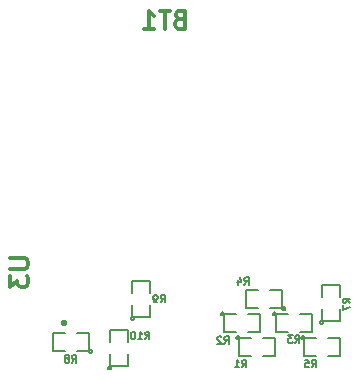
<source format=gbo>
G04 (created by PCBNEW-RS274X (2012-01-19 BZR 3256)-stable) date 8/30/2012 9:43:42 AM*
G01*
G70*
G90*
%MOIN*%
G04 Gerber Fmt 3.4, Leading zero omitted, Abs format*
%FSLAX34Y34*%
G04 APERTURE LIST*
%ADD10C,0.006000*%
%ADD11C,0.012000*%
%ADD12C,0.005000*%
G04 APERTURE END LIST*
G54D10*
G54D11*
X31125Y-40156D02*
X31124Y-40163D01*
X31121Y-40171D01*
X31118Y-40178D01*
X31113Y-40184D01*
X31107Y-40189D01*
X31100Y-40192D01*
X31093Y-40195D01*
X31085Y-40195D01*
X31078Y-40195D01*
X31071Y-40193D01*
X31064Y-40189D01*
X31058Y-40184D01*
X31052Y-40178D01*
X31049Y-40171D01*
X31046Y-40164D01*
X31046Y-40156D01*
X31046Y-40149D01*
X31048Y-40142D01*
X31052Y-40135D01*
X31057Y-40129D01*
X31063Y-40124D01*
X31069Y-40120D01*
X31077Y-40117D01*
X31085Y-40117D01*
X31091Y-40117D01*
X31099Y-40119D01*
X31106Y-40123D01*
X31112Y-40128D01*
X31117Y-40133D01*
X31121Y-40140D01*
X31124Y-40148D01*
X31124Y-40155D01*
X31125Y-40156D01*
G54D12*
X32650Y-41650D02*
X32649Y-41659D01*
X32646Y-41669D01*
X32641Y-41677D01*
X32635Y-41685D01*
X32627Y-41691D01*
X32619Y-41696D01*
X32610Y-41698D01*
X32600Y-41699D01*
X32591Y-41699D01*
X32582Y-41696D01*
X32573Y-41691D01*
X32566Y-41685D01*
X32559Y-41678D01*
X32555Y-41669D01*
X32552Y-41660D01*
X32551Y-41650D01*
X32551Y-41641D01*
X32554Y-41632D01*
X32558Y-41623D01*
X32565Y-41616D01*
X32572Y-41609D01*
X32580Y-41605D01*
X32590Y-41602D01*
X32599Y-41601D01*
X32608Y-41601D01*
X32618Y-41604D01*
X32626Y-41608D01*
X32634Y-41614D01*
X32640Y-41622D01*
X32645Y-41630D01*
X32648Y-41639D01*
X32649Y-41649D01*
X32650Y-41650D01*
X32600Y-41200D02*
X32600Y-41600D01*
X32600Y-41600D02*
X33200Y-41600D01*
X33200Y-41600D02*
X33200Y-41200D01*
X33200Y-40800D02*
X33200Y-40400D01*
X33200Y-40400D02*
X32600Y-40400D01*
X32600Y-40400D02*
X32600Y-40800D01*
X33400Y-40000D02*
X33399Y-40009D01*
X33396Y-40019D01*
X33391Y-40027D01*
X33385Y-40035D01*
X33377Y-40041D01*
X33369Y-40046D01*
X33360Y-40048D01*
X33350Y-40049D01*
X33341Y-40049D01*
X33332Y-40046D01*
X33323Y-40041D01*
X33316Y-40035D01*
X33309Y-40028D01*
X33305Y-40019D01*
X33302Y-40010D01*
X33301Y-40000D01*
X33301Y-39991D01*
X33304Y-39982D01*
X33308Y-39973D01*
X33315Y-39966D01*
X33322Y-39959D01*
X33330Y-39955D01*
X33340Y-39952D01*
X33349Y-39951D01*
X33358Y-39951D01*
X33368Y-39954D01*
X33376Y-39958D01*
X33384Y-39964D01*
X33390Y-39972D01*
X33395Y-39980D01*
X33398Y-39989D01*
X33399Y-39999D01*
X33400Y-40000D01*
X33350Y-39550D02*
X33350Y-39950D01*
X33350Y-39950D02*
X33950Y-39950D01*
X33950Y-39950D02*
X33950Y-39550D01*
X33950Y-39150D02*
X33950Y-38750D01*
X33950Y-38750D02*
X33350Y-38750D01*
X33350Y-38750D02*
X33350Y-39150D01*
X32000Y-41100D02*
X31999Y-41109D01*
X31996Y-41119D01*
X31991Y-41127D01*
X31985Y-41135D01*
X31977Y-41141D01*
X31969Y-41146D01*
X31960Y-41148D01*
X31950Y-41149D01*
X31941Y-41149D01*
X31932Y-41146D01*
X31923Y-41141D01*
X31916Y-41135D01*
X31909Y-41128D01*
X31905Y-41119D01*
X31902Y-41110D01*
X31901Y-41100D01*
X31901Y-41091D01*
X31904Y-41082D01*
X31908Y-41073D01*
X31915Y-41066D01*
X31922Y-41059D01*
X31930Y-41055D01*
X31940Y-41052D01*
X31949Y-41051D01*
X31958Y-41051D01*
X31968Y-41054D01*
X31976Y-41058D01*
X31984Y-41064D01*
X31990Y-41072D01*
X31995Y-41080D01*
X31998Y-41089D01*
X31999Y-41099D01*
X32000Y-41100D01*
X31500Y-41100D02*
X31900Y-41100D01*
X31900Y-41100D02*
X31900Y-40500D01*
X31900Y-40500D02*
X31500Y-40500D01*
X31100Y-40500D02*
X30700Y-40500D01*
X30700Y-40500D02*
X30700Y-41100D01*
X30700Y-41100D02*
X31100Y-41100D01*
X39711Y-40138D02*
X39710Y-40147D01*
X39707Y-40157D01*
X39702Y-40165D01*
X39696Y-40173D01*
X39688Y-40179D01*
X39680Y-40184D01*
X39671Y-40186D01*
X39661Y-40187D01*
X39652Y-40187D01*
X39643Y-40184D01*
X39634Y-40179D01*
X39627Y-40173D01*
X39620Y-40166D01*
X39616Y-40157D01*
X39613Y-40148D01*
X39612Y-40138D01*
X39612Y-40129D01*
X39615Y-40120D01*
X39619Y-40111D01*
X39626Y-40104D01*
X39633Y-40097D01*
X39641Y-40093D01*
X39651Y-40090D01*
X39660Y-40089D01*
X39669Y-40089D01*
X39679Y-40092D01*
X39687Y-40096D01*
X39695Y-40102D01*
X39701Y-40110D01*
X39706Y-40118D01*
X39709Y-40127D01*
X39710Y-40137D01*
X39711Y-40138D01*
X39661Y-39688D02*
X39661Y-40088D01*
X39661Y-40088D02*
X40261Y-40088D01*
X40261Y-40088D02*
X40261Y-39688D01*
X40261Y-39288D02*
X40261Y-38888D01*
X40261Y-38888D02*
X39661Y-38888D01*
X39661Y-38888D02*
X39661Y-39288D01*
X39085Y-40645D02*
X39084Y-40654D01*
X39081Y-40664D01*
X39076Y-40672D01*
X39070Y-40680D01*
X39062Y-40686D01*
X39054Y-40691D01*
X39045Y-40693D01*
X39035Y-40694D01*
X39026Y-40694D01*
X39017Y-40691D01*
X39008Y-40686D01*
X39001Y-40680D01*
X38994Y-40673D01*
X38990Y-40664D01*
X38987Y-40655D01*
X38986Y-40645D01*
X38986Y-40636D01*
X38989Y-40627D01*
X38993Y-40618D01*
X39000Y-40611D01*
X39007Y-40604D01*
X39015Y-40600D01*
X39025Y-40597D01*
X39034Y-40596D01*
X39043Y-40596D01*
X39053Y-40599D01*
X39061Y-40603D01*
X39069Y-40609D01*
X39075Y-40617D01*
X39080Y-40625D01*
X39083Y-40634D01*
X39084Y-40644D01*
X39085Y-40645D01*
X39485Y-40645D02*
X39085Y-40645D01*
X39085Y-40645D02*
X39085Y-41245D01*
X39085Y-41245D02*
X39485Y-41245D01*
X39885Y-41245D02*
X40285Y-41245D01*
X40285Y-41245D02*
X40285Y-40645D01*
X40285Y-40645D02*
X39885Y-40645D01*
X38456Y-39670D02*
X38455Y-39679D01*
X38452Y-39689D01*
X38447Y-39697D01*
X38441Y-39705D01*
X38433Y-39711D01*
X38425Y-39716D01*
X38416Y-39718D01*
X38406Y-39719D01*
X38397Y-39719D01*
X38388Y-39716D01*
X38379Y-39711D01*
X38372Y-39705D01*
X38365Y-39698D01*
X38361Y-39689D01*
X38358Y-39680D01*
X38357Y-39670D01*
X38357Y-39661D01*
X38360Y-39652D01*
X38364Y-39643D01*
X38371Y-39636D01*
X38378Y-39629D01*
X38386Y-39625D01*
X38396Y-39622D01*
X38405Y-39621D01*
X38414Y-39621D01*
X38424Y-39624D01*
X38432Y-39628D01*
X38440Y-39634D01*
X38446Y-39642D01*
X38451Y-39650D01*
X38454Y-39659D01*
X38455Y-39669D01*
X38456Y-39670D01*
X37956Y-39670D02*
X38356Y-39670D01*
X38356Y-39670D02*
X38356Y-39070D01*
X38356Y-39070D02*
X37956Y-39070D01*
X37556Y-39070D02*
X37156Y-39070D01*
X37156Y-39070D02*
X37156Y-39670D01*
X37156Y-39670D02*
X37556Y-39670D01*
X38140Y-39857D02*
X38139Y-39866D01*
X38136Y-39876D01*
X38131Y-39884D01*
X38125Y-39892D01*
X38117Y-39898D01*
X38109Y-39903D01*
X38100Y-39905D01*
X38090Y-39906D01*
X38081Y-39906D01*
X38072Y-39903D01*
X38063Y-39898D01*
X38056Y-39892D01*
X38049Y-39885D01*
X38045Y-39876D01*
X38042Y-39867D01*
X38041Y-39857D01*
X38041Y-39848D01*
X38044Y-39839D01*
X38048Y-39830D01*
X38055Y-39823D01*
X38062Y-39816D01*
X38070Y-39812D01*
X38080Y-39809D01*
X38089Y-39808D01*
X38098Y-39808D01*
X38108Y-39811D01*
X38116Y-39815D01*
X38124Y-39821D01*
X38130Y-39829D01*
X38135Y-39837D01*
X38138Y-39846D01*
X38139Y-39856D01*
X38140Y-39857D01*
X38540Y-39857D02*
X38140Y-39857D01*
X38140Y-39857D02*
X38140Y-40457D01*
X38140Y-40457D02*
X38540Y-40457D01*
X38940Y-40457D02*
X39340Y-40457D01*
X39340Y-40457D02*
X39340Y-39857D01*
X39340Y-39857D02*
X38940Y-39857D01*
X36408Y-39857D02*
X36407Y-39866D01*
X36404Y-39876D01*
X36399Y-39884D01*
X36393Y-39892D01*
X36385Y-39898D01*
X36377Y-39903D01*
X36368Y-39905D01*
X36358Y-39906D01*
X36349Y-39906D01*
X36340Y-39903D01*
X36331Y-39898D01*
X36324Y-39892D01*
X36317Y-39885D01*
X36313Y-39876D01*
X36310Y-39867D01*
X36309Y-39857D01*
X36309Y-39848D01*
X36312Y-39839D01*
X36316Y-39830D01*
X36323Y-39823D01*
X36330Y-39816D01*
X36338Y-39812D01*
X36348Y-39809D01*
X36357Y-39808D01*
X36366Y-39808D01*
X36376Y-39811D01*
X36384Y-39815D01*
X36392Y-39821D01*
X36398Y-39829D01*
X36403Y-39837D01*
X36406Y-39846D01*
X36407Y-39856D01*
X36408Y-39857D01*
X36808Y-39857D02*
X36408Y-39857D01*
X36408Y-39857D02*
X36408Y-40457D01*
X36408Y-40457D02*
X36808Y-40457D01*
X37208Y-40457D02*
X37608Y-40457D01*
X37608Y-40457D02*
X37608Y-39857D01*
X37608Y-39857D02*
X37208Y-39857D01*
X36920Y-40645D02*
X36919Y-40654D01*
X36916Y-40664D01*
X36911Y-40672D01*
X36905Y-40680D01*
X36897Y-40686D01*
X36889Y-40691D01*
X36880Y-40693D01*
X36870Y-40694D01*
X36861Y-40694D01*
X36852Y-40691D01*
X36843Y-40686D01*
X36836Y-40680D01*
X36829Y-40673D01*
X36825Y-40664D01*
X36822Y-40655D01*
X36821Y-40645D01*
X36821Y-40636D01*
X36824Y-40627D01*
X36828Y-40618D01*
X36835Y-40611D01*
X36842Y-40604D01*
X36850Y-40600D01*
X36860Y-40597D01*
X36869Y-40596D01*
X36878Y-40596D01*
X36888Y-40599D01*
X36896Y-40603D01*
X36904Y-40609D01*
X36910Y-40617D01*
X36915Y-40625D01*
X36918Y-40634D01*
X36919Y-40644D01*
X36920Y-40645D01*
X37320Y-40645D02*
X36920Y-40645D01*
X36920Y-40645D02*
X36920Y-41245D01*
X36920Y-41245D02*
X37320Y-41245D01*
X37720Y-41245D02*
X38120Y-41245D01*
X38120Y-41245D02*
X38120Y-40645D01*
X38120Y-40645D02*
X37720Y-40645D01*
G54D11*
X29289Y-38008D02*
X29775Y-38008D01*
X29832Y-38036D01*
X29860Y-38065D01*
X29889Y-38122D01*
X29889Y-38236D01*
X29860Y-38294D01*
X29832Y-38322D01*
X29775Y-38351D01*
X29289Y-38351D01*
X29289Y-38580D02*
X29289Y-38951D01*
X29517Y-38751D01*
X29517Y-38837D01*
X29546Y-38894D01*
X29575Y-38923D01*
X29632Y-38951D01*
X29775Y-38951D01*
X29832Y-38923D01*
X29860Y-38894D01*
X29889Y-38837D01*
X29889Y-38665D01*
X29860Y-38608D01*
X29832Y-38580D01*
G54D12*
X33783Y-40692D02*
X33866Y-40573D01*
X33925Y-40692D02*
X33925Y-40442D01*
X33830Y-40442D01*
X33806Y-40454D01*
X33795Y-40466D01*
X33783Y-40490D01*
X33783Y-40526D01*
X33795Y-40549D01*
X33806Y-40561D01*
X33830Y-40573D01*
X33925Y-40573D01*
X33545Y-40692D02*
X33687Y-40692D01*
X33616Y-40692D02*
X33616Y-40442D01*
X33640Y-40478D01*
X33664Y-40502D01*
X33687Y-40514D01*
X33390Y-40442D02*
X33366Y-40442D01*
X33342Y-40454D01*
X33330Y-40466D01*
X33318Y-40490D01*
X33307Y-40537D01*
X33307Y-40597D01*
X33318Y-40645D01*
X33330Y-40668D01*
X33342Y-40680D01*
X33366Y-40692D01*
X33390Y-40692D01*
X33414Y-40680D01*
X33426Y-40668D01*
X33437Y-40645D01*
X33449Y-40597D01*
X33449Y-40537D01*
X33437Y-40490D01*
X33426Y-40466D01*
X33414Y-40454D01*
X33390Y-40442D01*
X34294Y-39471D02*
X34377Y-39352D01*
X34436Y-39471D02*
X34436Y-39221D01*
X34341Y-39221D01*
X34317Y-39233D01*
X34306Y-39245D01*
X34294Y-39269D01*
X34294Y-39305D01*
X34306Y-39328D01*
X34317Y-39340D01*
X34341Y-39352D01*
X34436Y-39352D01*
X34175Y-39471D02*
X34127Y-39471D01*
X34103Y-39459D01*
X34091Y-39447D01*
X34067Y-39412D01*
X34056Y-39364D01*
X34056Y-39269D01*
X34067Y-39245D01*
X34079Y-39233D01*
X34103Y-39221D01*
X34151Y-39221D01*
X34175Y-39233D01*
X34186Y-39245D01*
X34198Y-39269D01*
X34198Y-39328D01*
X34186Y-39352D01*
X34175Y-39364D01*
X34151Y-39376D01*
X34103Y-39376D01*
X34079Y-39364D01*
X34067Y-39352D01*
X34056Y-39328D01*
X31341Y-41479D02*
X31424Y-41360D01*
X31483Y-41479D02*
X31483Y-41229D01*
X31388Y-41229D01*
X31364Y-41241D01*
X31353Y-41253D01*
X31341Y-41277D01*
X31341Y-41313D01*
X31353Y-41336D01*
X31364Y-41348D01*
X31388Y-41360D01*
X31483Y-41360D01*
X31198Y-41336D02*
X31222Y-41324D01*
X31233Y-41313D01*
X31245Y-41289D01*
X31245Y-41277D01*
X31233Y-41253D01*
X31222Y-41241D01*
X31198Y-41229D01*
X31150Y-41229D01*
X31126Y-41241D01*
X31114Y-41253D01*
X31103Y-41277D01*
X31103Y-41289D01*
X31114Y-41313D01*
X31126Y-41324D01*
X31150Y-41336D01*
X31198Y-41336D01*
X31222Y-41348D01*
X31233Y-41360D01*
X31245Y-41384D01*
X31245Y-41432D01*
X31233Y-41455D01*
X31222Y-41467D01*
X31198Y-41479D01*
X31150Y-41479D01*
X31126Y-41467D01*
X31114Y-41455D01*
X31103Y-41432D01*
X31103Y-41384D01*
X31114Y-41360D01*
X31126Y-41348D01*
X31150Y-41336D01*
X40613Y-39486D02*
X40494Y-39403D01*
X40613Y-39344D02*
X40363Y-39344D01*
X40363Y-39439D01*
X40375Y-39463D01*
X40387Y-39474D01*
X40411Y-39486D01*
X40447Y-39486D01*
X40470Y-39474D01*
X40482Y-39463D01*
X40494Y-39439D01*
X40494Y-39344D01*
X40363Y-39570D02*
X40363Y-39736D01*
X40613Y-39629D01*
X39333Y-41636D02*
X39416Y-41517D01*
X39475Y-41636D02*
X39475Y-41386D01*
X39380Y-41386D01*
X39356Y-41398D01*
X39345Y-41410D01*
X39333Y-41434D01*
X39333Y-41470D01*
X39345Y-41493D01*
X39356Y-41505D01*
X39380Y-41517D01*
X39475Y-41517D01*
X39106Y-41386D02*
X39225Y-41386D01*
X39237Y-41505D01*
X39225Y-41493D01*
X39202Y-41481D01*
X39142Y-41481D01*
X39118Y-41493D01*
X39106Y-41505D01*
X39095Y-41529D01*
X39095Y-41589D01*
X39106Y-41612D01*
X39118Y-41624D01*
X39142Y-41636D01*
X39202Y-41636D01*
X39225Y-41624D01*
X39237Y-41612D01*
X37089Y-38881D02*
X37172Y-38762D01*
X37231Y-38881D02*
X37231Y-38631D01*
X37136Y-38631D01*
X37112Y-38643D01*
X37101Y-38655D01*
X37089Y-38679D01*
X37089Y-38715D01*
X37101Y-38738D01*
X37112Y-38750D01*
X37136Y-38762D01*
X37231Y-38762D01*
X36874Y-38715D02*
X36874Y-38881D01*
X36934Y-38619D02*
X36993Y-38798D01*
X36839Y-38798D01*
X38782Y-40810D02*
X38865Y-40691D01*
X38924Y-40810D02*
X38924Y-40560D01*
X38829Y-40560D01*
X38805Y-40572D01*
X38794Y-40584D01*
X38782Y-40608D01*
X38782Y-40644D01*
X38794Y-40667D01*
X38805Y-40679D01*
X38829Y-40691D01*
X38924Y-40691D01*
X38698Y-40560D02*
X38544Y-40560D01*
X38627Y-40655D01*
X38591Y-40655D01*
X38567Y-40667D01*
X38555Y-40679D01*
X38544Y-40703D01*
X38544Y-40763D01*
X38555Y-40786D01*
X38567Y-40798D01*
X38591Y-40810D01*
X38663Y-40810D01*
X38686Y-40798D01*
X38698Y-40786D01*
X36420Y-40849D02*
X36503Y-40730D01*
X36562Y-40849D02*
X36562Y-40599D01*
X36467Y-40599D01*
X36443Y-40611D01*
X36432Y-40623D01*
X36420Y-40647D01*
X36420Y-40683D01*
X36432Y-40706D01*
X36443Y-40718D01*
X36467Y-40730D01*
X36562Y-40730D01*
X36324Y-40623D02*
X36312Y-40611D01*
X36289Y-40599D01*
X36229Y-40599D01*
X36205Y-40611D01*
X36193Y-40623D01*
X36182Y-40647D01*
X36182Y-40671D01*
X36193Y-40706D01*
X36336Y-40849D01*
X36182Y-40849D01*
X37011Y-41636D02*
X37094Y-41517D01*
X37153Y-41636D02*
X37153Y-41386D01*
X37058Y-41386D01*
X37034Y-41398D01*
X37023Y-41410D01*
X37011Y-41434D01*
X37011Y-41470D01*
X37023Y-41493D01*
X37034Y-41505D01*
X37058Y-41517D01*
X37153Y-41517D01*
X36773Y-41636D02*
X36915Y-41636D01*
X36844Y-41636D02*
X36844Y-41386D01*
X36868Y-41422D01*
X36892Y-41446D01*
X36915Y-41458D01*
G54D11*
X34921Y-30029D02*
X34835Y-30057D01*
X34807Y-30086D01*
X34778Y-30143D01*
X34778Y-30229D01*
X34807Y-30286D01*
X34835Y-30314D01*
X34893Y-30343D01*
X35121Y-30343D01*
X35121Y-29743D01*
X34921Y-29743D01*
X34864Y-29771D01*
X34835Y-29800D01*
X34807Y-29857D01*
X34807Y-29914D01*
X34835Y-29971D01*
X34864Y-30000D01*
X34921Y-30029D01*
X35121Y-30029D01*
X34607Y-29743D02*
X34264Y-29743D01*
X34435Y-30343D02*
X34435Y-29743D01*
X33750Y-30343D02*
X34093Y-30343D01*
X33921Y-30343D02*
X33921Y-29743D01*
X33978Y-29829D01*
X34036Y-29886D01*
X34093Y-29914D01*
M02*

</source>
